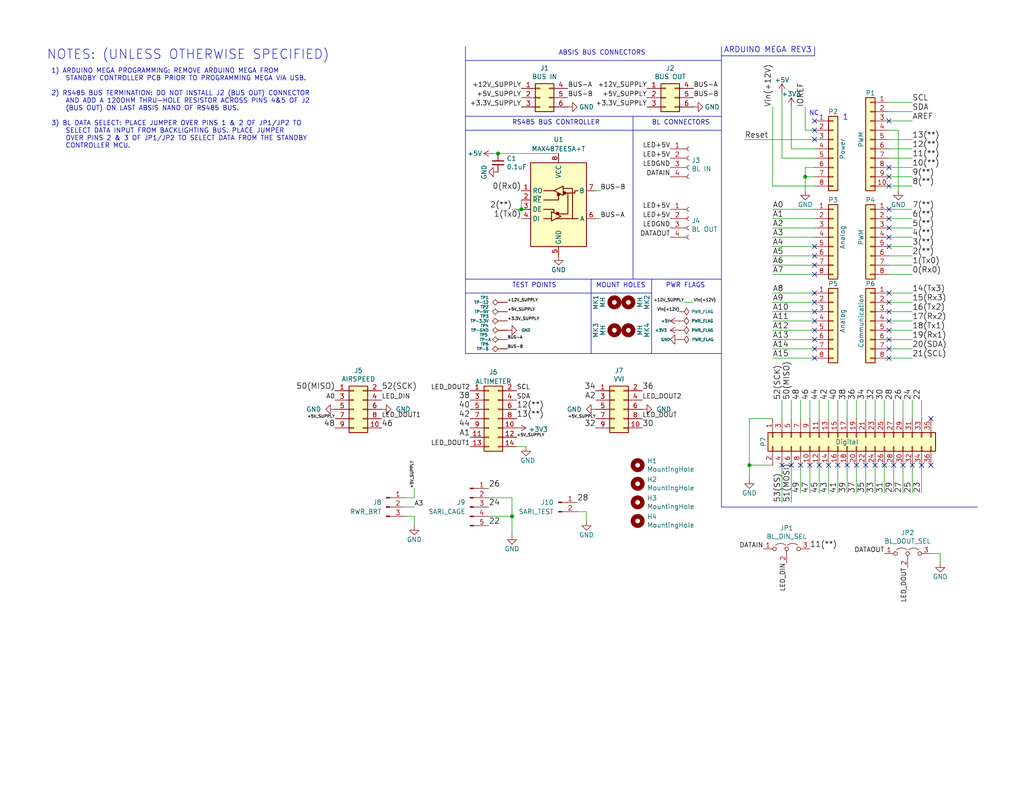
<source format=kicad_sch>
(kicad_sch (version 20230121) (generator eeschema)
  (paper "USLetter")
  (title_block (title "ABSIS MEGA 2.0") (date "2024-09-09") (rev "1") (company "OPENHORNET.COM") (comment 1 "CC BY-NC-SA"))
  (lib_symbols
    (symbol "CONTROLLER_Standby-Instrument-rescue:+3.3V-power" (power) (pin_names (offset 0))
      (property "Value" "+3.3V-power" (at 0 3.556 0))
      (symbol "+3.3V-power_1_1"
        (pin power_in line (at 0 0 90) (length 0) hide (name "+3V3") (number "1"))
      )
    )
    (symbol "CONTROLLER_Standby-Instrument-rescue:Jumper_3_Open-Jumper" (pin_names (offset 0) hide)
      (property "Reference" "JP" (at -2.54 -2.54 0))
      (property "Value" "Jumper_3_Open-Jumper" (at 0 2.794 0))
      (symbol "Jumper_3_Open-Jumper_1_1"
        (pin passive line (at -6.35 0 0) (length 2.54) (name "A") (number "1"))
        (pin input line (at 0 -3.81 90) (length 2.54) (name "C") (number "2"))
        (pin passive line (at 6.35 0 180) (length 2.54) (name "B") (number "3"))
      )
    )
    (symbol "Connector:Conn_01x02_Male" (pin_names (offset 1.016) hide)
      (property "Reference" "J" (at 0 2.54 0))
      (property "Value" "Conn_01x02_Male" (at 0 -5.08 0))
      (symbol "Conn_01x02_Male_1_1"
        (pin passive line (at 5.08 0 180) (length 3.81) (name "Pin_1") (number "1"))
        (pin passive line (at 5.08 -2.54 180) (length 3.81) (name "Pin_2") (number "2"))
      )
    )
    (symbol "Connector:Conn_01x03_Male" (pin_names (offset 1.016) hide)
      (property "Reference" "J" (at 0 5.08 0))
      (property "Value" "Conn_01x03_Male" (at 0 -5.08 0))
      (symbol "Conn_01x03_Male_1_1"
        (pin passive line (at 5.08 2.54 180) (length 3.81) (name "Pin_1") (number "1"))
        (pin passive line (at 5.08 0 180) (length 3.81) (name "Pin_2") (number "2"))
        (pin passive line (at 5.08 -2.54 180) (length 3.81) (name "Pin_3") (number "3"))
      )
    )
    (symbol "Connector:Conn_01x04_Female" (pin_names (offset 1.016) hide)
      (property "Reference" "J" (at 0 5.08 0))
      (property "Value" "Conn_01x04_Female" (at 0 -7.62 0))
      (symbol "Conn_01x04_Female_1_1"
        (pin passive line (at -5.08 2.54 0) (length 3.81) (name "Pin_1") (number "1"))
        (pin passive line (at -5.08 0 0) (length 3.81) (name "Pin_2") (number "2"))
        (pin passive line (at -5.08 -2.54 0) (length 3.81) (name "Pin_3") (number "3"))
        (pin passive line (at -5.08 -5.08 0) (length 3.81) (name "Pin_4") (number "4"))
      )
    )
    (symbol "Connector:Conn_01x05_Male" (pin_names (offset 1.016) hide)
      (property "Reference" "J" (at 0 7.62 0))
      (property "Value" "Conn_01x05_Male" (at 0 -7.62 0))
      (symbol "Conn_01x05_Male_1_1"
        (pin passive line (at 5.08 5.08 180) (length 3.81) (name "Pin_1") (number "1"))
        (pin passive line (at 5.08 2.54 180) (length 3.81) (name "Pin_2") (number "2"))
        (pin passive line (at 5.08 0 180) (length 3.81) (name "Pin_3") (number "3"))
        (pin passive line (at 5.08 -2.54 180) (length 3.81) (name "Pin_4") (number "4"))
        (pin passive line (at 5.08 -5.08 180) (length 3.81) (name "Pin_5") (number "5"))
      )
    )
    (symbol "Connector:TestPoint_Alt" (pin_numbers hide) (pin_names (offset 0.762) hide)
      (property "Reference" "TP" (at 0 6.858 0))
      (property "Value" "TestPoint_Alt" (at 0 5.08 0))
      (symbol "TestPoint_Alt_1_1"
        (pin passive line (at 0 0 90) (length 2.54) (name "1") (number "1"))
      )
    )
    (symbol "Connector_Generic:Conn_01x08" (pin_names (offset 1.016) hide)
      (property "Reference" "J" (at 0 10.16 0))
      (property "Value" "Conn_01x08" (at 0 -12.7 0))
      (symbol "Conn_01x08_1_1"
        (pin passive line (at -5.08 7.62 0) (length 3.81) (name "Pin_1") (number "1"))
        (pin passive line (at -5.08 5.08 0) (length 3.81) (name "Pin_2") (number "2"))
        (pin passive line (at -5.08 2.54 0) (length 3.81) (name "Pin_3") (number "3"))
        (pin passive line (at -5.08 0 0) (length 3.81) (name "Pin_4") (number "4"))
        (pin passive line (at -5.08 -2.54 0) (length 3.81) (name "Pin_5") (number "5"))
        (pin passive line (at -5.08 -5.08 0) (length 3.81) (name "Pin_6") (number "6"))
        (pin passive line (at -5.08 -7.62 0) (length 3.81) (name "Pin_7") (number "7"))
        (pin passive line (at -5.08 -10.16 0) (length 3.81) (name "Pin_8") (number "8"))
      )
    )
    (symbol "Connector_Generic:Conn_01x10" (pin_names (offset 1.016) hide)
      (property "Reference" "J" (at 0 12.7 0))
      (property "Value" "Conn_01x10" (at 0 -15.24 0))
      (symbol "Conn_01x10_1_1"
        (pin passive line (at -5.08 10.16 0) (length 3.81) (name "Pin_1") (number "1"))
        (pin passive line (at -5.08 -12.7 0) (length 3.81) (name "Pin_10") (number "10"))
        (pin passive line (at -5.08 7.62 0) (length 3.81) (name "Pin_2") (number "2"))
        (pin passive line (at -5.08 5.08 0) (length 3.81) (name "Pin_3") (number "3"))
        (pin passive line (at -5.08 2.54 0) (length 3.81) (name "Pin_4") (number "4"))
        (pin passive line (at -5.08 0 0) (length 3.81) (name "Pin_5") (number "5"))
        (pin passive line (at -5.08 -2.54 0) (length 3.81) (name "Pin_6") (number "6"))
        (pin passive line (at -5.08 -5.08 0) (length 3.81) (name "Pin_7") (number "7"))
        (pin passive line (at -5.08 -7.62 0) (length 3.81) (name "Pin_8") (number "8"))
        (pin passive line (at -5.08 -10.16 0) (length 3.81) (name "Pin_9") (number "9"))
      )
    )
    (symbol "Connector_Generic:Conn_02x03_Top_Bottom" (pin_names (offset 1.016) hide)
      (property "Reference" "J" (at 1.27 5.08 0))
      (property "Value" "Conn_02x03_Top_Bottom" (at 1.27 -5.08 0))
      (symbol "Conn_02x03_Top_Bottom_1_1"
        (pin passive line (at -5.08 2.54 0) (length 3.81) (name "Pin_1") (number "1"))
        (pin passive line (at -5.08 0 0) (length 3.81) (name "Pin_2") (number "2"))
        (pin passive line (at -5.08 -2.54 0) (length 3.81) (name "Pin_3") (number "3"))
        (pin passive line (at 7.62 2.54 180) (length 3.81) (name "Pin_4") (number "4"))
        (pin passive line (at 7.62 0 180) (length 3.81) (name "Pin_5") (number "5"))
        (pin passive line (at 7.62 -2.54 180) (length 3.81) (name "Pin_6") (number "6"))
      )
    )
    (symbol "Connector_Generic:Conn_02x05_Odd_Even" (pin_names (offset 1.016) hide)
      (property "Reference" "J" (at 1.27 7.62 0))
      (property "Value" "Conn_02x05_Odd_Even" (at 1.27 -7.62 0))
      (symbol "Conn_02x05_Odd_Even_1_1"
        (pin passive line (at -5.08 5.08 0) (length 3.81) (name "Pin_1") (number "1"))
        (pin passive line (at 7.62 -5.08 180) (length 3.81) (name "Pin_10") (number "10"))
        (pin passive line (at 7.62 5.08 180) (length 3.81) (name "Pin_2") (number "2"))
        (pin passive line (at -5.08 2.54 0) (length 3.81) (name "Pin_3") (number "3"))
        (pin passive line (at 7.62 2.54 180) (length 3.81) (name "Pin_4") (number "4"))
        (pin passive line (at -5.08 0 0) (length 3.81) (name "Pin_5") (number "5"))
        (pin passive line (at 7.62 0 180) (length 3.81) (name "Pin_6") (number "6"))
        (pin passive line (at -5.08 -2.54 0) (length 3.81) (name "Pin_7") (number "7"))
        (pin passive line (at 7.62 -2.54 180) (length 3.81) (name "Pin_8") (number "8"))
        (pin passive line (at -5.08 -5.08 0) (length 3.81) (name "Pin_9") (number "9"))
      )
    )
    (symbol "Connector_Generic:Conn_02x07_Odd_Even" (pin_names (offset 1.016) hide)
      (property "Reference" "J" (at 1.27 10.16 0))
      (property "Value" "Conn_02x07_Odd_Even" (at 1.27 -10.16 0))
      (symbol "Conn_02x07_Odd_Even_1_1"
        (pin passive line (at -5.08 7.62 0) (length 3.81) (name "Pin_1") (number "1"))
        (pin passive line (at 7.62 -2.54 180) (length 3.81) (name "Pin_10") (number "10"))
        (pin passive line (at -5.08 -5.08 0) (length 3.81) (name "Pin_11") (number "11"))
        (pin passive line (at 7.62 -5.08 180) (length 3.81) (name "Pin_12") (number "12"))
        (pin passive line (at -5.08 -7.62 0) (length 3.81) (name "Pin_13") (number "13"))
        (pin passive line (at 7.62 -7.62 180) (length 3.81) (name "Pin_14") (number "14"))
        (pin passive line (at 7.62 7.62 180) (length 3.81) (name "Pin_2") (number "2"))
        (pin passive line (at -5.08 5.08 0) (length 3.81) (name "Pin_3") (number "3"))
        (pin passive line (at 7.62 5.08 180) (length 3.81) (name "Pin_4") (number "4"))
        (pin passive line (at -5.08 2.54 0) (length 3.81) (name "Pin_5") (number "5"))
        (pin passive line (at 7.62 2.54 180) (length 3.81) (name "Pin_6") (number "6"))
        (pin passive line (at -5.08 0 0) (length 3.81) (name "Pin_7") (number "7"))
        (pin passive line (at 7.62 0 180) (length 3.81) (name "Pin_8") (number "8"))
        (pin passive line (at -5.08 -2.54 0) (length 3.81) (name "Pin_9") (number "9"))
      )
    )
    (symbol "Connector_Generic:Conn_02x18_Odd_Even" (pin_names (offset 1.016) hide)
      (property "Reference" "J" (at 1.27 22.86 0))
      (property "Value" "Conn_02x18_Odd_Even" (at 1.27 -25.4 0))
      (symbol "Conn_02x18_Odd_Even_1_1"
        (pin passive line (at -5.08 20.32 0) (length 3.81) (name "Pin_1") (number "1"))
        (pin passive line (at 7.62 10.16 180) (length 3.81) (name "Pin_10") (number "10"))
        (pin passive line (at -5.08 7.62 0) (length 3.81) (name "Pin_11") (number "11"))
        (pin passive line (at 7.62 7.62 180) (length 3.81) (name "Pin_12") (number "12"))
        (pin passive line (at -5.08 5.08 0) (length 3.81) (name "Pin_13") (number "13"))
        (pin passive line (at 7.62 5.08 180) (length 3.81) (name "Pin_14") (number "14"))
        (pin passive line (at -5.08 2.54 0) (length 3.81) (name "Pin_15") (number "15"))
        (pin passive line (at 7.62 2.54 180) (length 3.81) (name "Pin_16") (number "16"))
        (pin passive line (at -5.08 0 0) (length 3.81) (name "Pin_17") (number "17"))
        (pin passive line (at 7.62 0 180) (length 3.81) (name "Pin_18") (number "18"))
        (pin passive line (at -5.08 -2.54 0) (length 3.81) (name "Pin_19") (number "19"))
        (pin passive line (at 7.62 20.32 180) (length 3.81) (name "Pin_2") (number "2"))
        (pin passive line (at 7.62 -2.54 180) (length 3.81) (name "Pin_20") (number "20"))
        (pin passive line (at -5.08 -5.08 0) (length 3.81) (name "Pin_21") (number "21"))
        (pin passive line (at 7.62 -5.08 180) (length 3.81) (name "Pin_22") (number "22"))
        (pin passive line (at -5.08 -7.62 0) (length 3.81) (name "Pin_23") (number "23"))
        (pin passive line (at 7.62 -7.62 180) (length 3.81) (name "Pin_24") (number "24"))
        (pin passive line (at -5.08 -10.16 0) (length 3.81) (name "Pin_25") (number "25"))
        (pin passive line (at 7.62 -10.16 180) (length 3.81) (name "Pin_26") (number "26"))
        (pin passive line (at -5.08 -12.7 0) (length 3.81) (name "Pin_27") (number "27"))
        (pin passive line (at 7.62 -12.7 180) (length 3.81) (name "Pin_28") (number "28"))
        (pin passive line (at -5.08 -15.24 0) (length 3.81) (name "Pin_29") (number "29"))
        (pin passive line (at -5.08 17.78 0) (length 3.81) (name "Pin_3") (number "3"))
        (pin passive line (at 7.62 -15.24 180) (length 3.81) (name "Pin_30") (number "30"))
        (pin passive line (at -5.08 -17.78 0) (length 3.81) (name "Pin_31") (number "31"))
        (pin passive line (at 7.62 -17.78 180) (length 3.81) (name "Pin_32") (number "32"))
        (pin passive line (at -5.08 -20.32 0) (length 3.81) (name "Pin_33") (number "33"))
        (pin passive line (at 7.62 -20.32 180) (length 3.81) (name "Pin_34") (number "34"))
        (pin passive line (at -5.08 -22.86 0) (length 3.81) (name "Pin_35") (number "35"))
        (pin passive line (at 7.62 -22.86 180) (length 3.81) (name "Pin_36") (number "36"))
        (pin passive line (at 7.62 17.78 180) (length 3.81) (name "Pin_4") (number "4"))
        (pin passive line (at -5.08 15.24 0) (length 3.81) (name "Pin_5") (number "5"))
        (pin passive line (at 7.62 15.24 180) (length 3.81) (name "Pin_6") (number "6"))
        (pin passive line (at -5.08 12.7 0) (length 3.81) (name "Pin_7") (number "7"))
        (pin passive line (at 7.62 12.7 180) (length 3.81) (name "Pin_8") (number "8"))
        (pin passive line (at -5.08 10.16 0) (length 3.81) (name "Pin_9") (number "9"))
      )
    )
    (symbol "Device:C_Small" (pin_numbers hide) (pin_names (offset 0.254) hide)
      (property "Reference" "C" (at 0.254 1.778 0))
      (property "Value" "C_Small" (at 0.254 -2.032 0))
      (symbol "C_Small_1_1"
        (pin passive line (at 0 2.54 270) (length 2.032) (name "~") (number "1"))
        (pin passive line (at 0 -2.54 90) (length 2.032) (name "~") (number "2"))
      )
    )
    (symbol "Interface_UART:MAX487E"
      (property "Reference" "U" (at -6.096 11.43 0))
      (property "Value" "MAX487E" (at 0.762 11.43 0))
      (symbol "MAX487E_1_1"
        (pin output line (at -10.16 2.54 0) (length 2.54) (name "RO") (number "1"))
        (pin input line (at -10.16 0 0) (length 2.54) (name "~{RE}") (number "2"))
        (pin input line (at -10.16 -2.54 0) (length 2.54) (name "DE") (number "3"))
        (pin input line (at -10.16 -5.08 0) (length 2.54) (name "DI") (number "4"))
        (pin power_in line (at 0 -15.24 90) (length 2.54) (name "GND") (number "5"))
        (pin bidirectional line (at 10.16 -5.08 180) (length 2.54) (name "A") (number "6"))
        (pin bidirectional line (at 10.16 2.54 180) (length 2.54) (name "B") (number "7"))
        (pin power_in line (at 0 12.7 270) (length 2.54) (name "VCC") (number "8"))
      )
    )
    (symbol "Mechanical:MountingHole" (pin_names (offset 1.016))
      (property "Reference" "H" (at 0 5.08 0))
      (property "Value" "MountingHole" (at 0 3.175 0))
    )
    (symbol "power:+3V3" (power) (pin_names (offset 0))
      (property "Value" "+3V3" (at 0 3.556 0))
      (symbol "+3V3_1_1"
        (pin power_in line (at 0 0 90) (length 0) hide (name "+3V3") (number "1"))
      )
    )
    (symbol "power:+5V" (power) (pin_names (offset 0))
      (property "Value" "+5V" (at 0 3.556 0))
      (symbol "+5V_1_1"
        (pin power_in line (at 0 0 90) (length 0) hide (name "+5V") (number "1"))
      )
    )
    (symbol "power:GND" (power) (pin_names (offset 0))
      (property "Value" "GND" (at 0 -3.81 0))
      (symbol "GND_1_1"
        (pin power_in line (at 0 0 270) (length 0) hide (name "GND") (number "1"))
      )
    )
    (symbol "power:PWR_FLAG" (power) (pin_numbers hide) (pin_names (offset 0) hide)
      (property "Value" "PWR_FLAG" (at 0 3.81 0))
      (symbol "PWR_FLAG_0_0"
        (pin power_out line (at 0 0 90) (length 0) (name "pwr") (number "1"))
      )
    )
  )
  (junction (at 139.7 140.97))
  (junction (at 219.71 48.26))
  (junction (at 135.89 41.91))
  (junction (at 204.47 127))
  (junction (at 142.24 57.15))
  (no_connect (at 231.14 127))
  (no_connect (at 222.25 74.93))
  (no_connect (at 254 114.3))
  (no_connect (at 222.25 85.09))
  (no_connect (at 242.57 59.69))
  (no_connect (at 242.57 95.25))
  (no_connect (at 242.57 48.26))
  (no_connect (at 222.25 92.71))
  (no_connect (at 242.57 82.55))
  (no_connect (at 248.92 127))
  (no_connect (at 246.38 127))
  (no_connect (at 222.25 69.85))
  (no_connect (at 242.57 45.72))
  (no_connect (at 223.52 127))
  (no_connect (at 241.3 127))
  (no_connect (at 228.6 127))
  (no_connect (at 242.57 67.31))
  (no_connect (at 242.57 85.09))
  (no_connect (at 242.57 92.71))
  (no_connect (at 238.76 127))
  (no_connect (at 242.57 87.63))
  (no_connect (at 254 127))
  (no_connect (at 222.25 90.17))
  (no_connect (at 222.25 97.79))
  (no_connect (at 242.57 50.8))
  (no_connect (at 242.57 90.17))
  (no_connect (at 222.25 95.25))
  (no_connect (at 242.57 33.02))
  (no_connect (at 233.68 127))
  (no_connect (at 222.25 38.1))
  (no_connect (at 222.25 82.55))
  (no_connect (at 236.22 127))
  (no_connect (at 251.46 127))
  (no_connect (at 222.25 35.56))
  (no_connect (at 222.25 33.02))
  (no_connect (at 226.06 127))
  (no_connect (at 220.98 127))
  (no_connect (at 222.25 87.63))
  (no_connect (at 213.36 127))
  (no_connect (at 242.57 97.79))
  (no_connect (at 242.57 62.23))
  (no_connect (at 222.25 80.01))
  (no_connect (at 242.57 57.15))
  (no_connect (at 218.44 127))
  (no_connect (at 242.57 80.01))
  (no_connect (at 222.25 72.39))
  (no_connect (at 243.84 127))
  (no_connect (at 222.25 67.31))
  (no_connect (at 215.9 127))
  (no_connect (at 242.57 64.77))
  (wire (pts (xy 213.36 43.18) (xy 222.25 43.18)))
  (polyline (pts (xy 196.85 138.43) (xy 196.85 12.7)))
  (wire (pts (xy 248.92 48.26) (xy 242.57 48.26)))
  (wire (pts (xy 139.7 135.89) (xy 139.7 140.97)))
  (polyline (pts (xy 266.7 138.43) (xy 196.85 138.43)))
  (wire (pts (xy 248.92 127) (xy 248.92 134.62)))
  (wire (pts (xy 210.82 82.55) (xy 222.25 82.55)))
  (wire (pts (xy 222.25 45.72) (xy 219.71 45.72)))
  (wire (pts (xy 238.76 114.3) (xy 238.76 109.22)))
  (polyline (pts (xy 127 35.56) (xy 196.85 35.56)))
  (wire (pts (xy 215.9 114.3) (xy 215.9 109.22)))
  (wire (pts (xy 228.6 127) (xy 228.6 134.62)))
  (wire (pts (xy 215.9 40.64) (xy 222.25 40.64)))
  (wire (pts (xy 222.25 85.09) (xy 210.82 85.09)))
  (wire (pts (xy 139.7 57.15) (xy 142.24 57.15)))
  (wire (pts (xy 242.57 87.63) (xy 248.92 87.63)))
  (wire (pts (xy 222.25 72.39) (xy 210.82 72.39)))
  (wire (pts (xy 222.25 80.01) (xy 210.82 80.01)))
  (polyline (pts (xy 127 16.51) (xy 196.85 16.51)))
  (polyline (pts (xy 127 96.52) (xy 196.85 96.52)))
  (wire (pts (xy 251.46 127) (xy 251.46 134.62)))
  (wire (pts (xy 242.57 45.72) (xy 248.92 45.72)))
  (wire (pts (xy 248.92 95.25) (xy 242.57 95.25)))
  (wire (pts (xy 220.98 114.3) (xy 220.98 109.22)))
  (wire (pts (xy 233.68 114.3) (xy 233.68 109.22)))
  (wire (pts (xy 246.38 127) (xy 246.38 134.62)))
  (polyline (pts (xy 172.72 31.75) (xy 172.72 76.2)))
  (polyline (pts (xy 161.29 76.2) (xy 161.29 96.52)))
  (wire (pts (xy 135.89 41.91) (xy 152.4 41.91)))
  (wire (pts (xy 243.84 114.3) (xy 243.84 109.22)))
  (wire (pts (xy 248.92 90.17) (xy 242.57 90.17)))
  (wire (pts (xy 242.57 50.8) (xy 248.92 50.8)))
  (wire (pts (xy 210.82 97.79) (xy 222.25 97.79)))
  (wire (pts (xy 218.44 127) (xy 218.44 134.62)))
  (wire (pts (xy 222.25 90.17) (xy 210.82 90.17)))
  (wire (pts (xy 133.35 135.89) (xy 139.7 135.89)))
  (wire (pts (xy 256.54 151.13) (xy 254 151.13)))
  (wire (pts (xy 113.03 143.51) (xy 113.03 140.97)))
  (wire (pts (xy 213.36 127) (xy 213.36 137.16)))
  (wire (pts (xy 228.6 114.3) (xy 228.6 109.22)))
  (wire (pts (xy 242.57 59.69) (xy 248.92 59.69)))
  (polyline (pts (xy 127 76.2) (xy 196.85 76.2)))
  (wire (pts (xy 242.57 27.94) (xy 248.92 27.94)))
  (wire (pts (xy 246.38 114.3) (xy 246.38 109.22)))
  (wire (pts (xy 210.82 92.71) (xy 222.25 92.71)))
  (wire (pts (xy 113.03 135.89) (xy 110.49 135.89)))
  (polyline (pts (xy 196.85 15.24) (xy 222.25 15.24)))
  (wire (pts (xy 215.9 29.21) (xy 215.9 40.64)))
  (wire (pts (xy 215.9 127) (xy 215.9 137.16)))
  (wire (pts (xy 242.57 43.18) (xy 248.92 43.18)))
  (wire (pts (xy 210.82 127) (xy 204.47 127)))
  (wire (pts (xy 222.25 62.23) (xy 210.82 62.23)))
  (wire (pts (xy 210.82 87.63) (xy 222.25 87.63)))
  (wire (pts (xy 203.2 38.1) (xy 222.25 38.1)))
  (wire (pts (xy 248.92 114.3) (xy 248.92 109.22)))
  (wire (pts (xy 219.71 45.72) (xy 219.71 48.26)))
  (wire (pts (xy 210.82 50.8) (xy 210.82 29.21)))
  (wire (pts (xy 210.82 69.85) (xy 222.25 69.85)))
  (wire (pts (xy 220.98 127) (xy 220.98 134.62)))
  (wire (pts (xy 242.57 92.71) (xy 248.92 92.71)))
  (polyline (pts (xy 127 96.52) (xy 127 12.7)))
  (wire (pts (xy 213.36 114.3) (xy 213.36 109.22)))
  (wire (pts (xy 222.25 95.25) (xy 210.82 95.25)))
  (wire (pts (xy 241.3 127) (xy 241.3 134.62)))
  (wire (pts (xy 242.57 33.02) (xy 248.92 33.02)))
  (wire (pts (xy 236.22 127) (xy 236.22 134.62)))
  (wire (pts (xy 218.44 114.3) (xy 218.44 109.22)))
  (polyline (pts (xy 177.8 76.2) (xy 177.8 96.52)))
  (wire (pts (xy 222.25 57.15) (xy 210.82 57.15)))
  (wire (pts (xy 162.56 52.07) (xy 163.83 52.07)))
  (wire (pts (xy 233.68 127) (xy 233.68 134.62)))
  (wire (pts (xy 248.92 57.15) (xy 242.57 57.15)))
  (wire (pts (xy 256.54 153.67) (xy 256.54 151.13)))
  (wire (pts (xy 133.35 140.97) (xy 139.7 140.97)))
  (wire (pts (xy 143.51 121.92) (xy 140.97 121.92)))
  (wire (pts (xy 251.46 114.3) (xy 251.46 109.22)))
  (wire (pts (xy 242.57 69.85) (xy 248.92 69.85)))
  (wire (pts (xy 226.06 127) (xy 226.06 134.62)))
  (wire (pts (xy 226.06 114.3) (xy 226.06 109.22)))
  (wire (pts (xy 242.57 64.77) (xy 248.92 64.77)))
  (wire (pts (xy 210.82 59.69) (xy 222.25 59.69)))
  (wire (pts (xy 248.92 85.09) (xy 242.57 85.09)))
  (wire (pts (xy 204.47 127) (xy 204.47 130.81)))
  (wire (pts (xy 248.92 62.23) (xy 242.57 62.23)))
  (wire (pts (xy 142.24 54.61) (xy 142.24 57.15)))
  (wire (pts (xy 223.52 127) (xy 223.52 134.62)))
  (wire (pts (xy 248.92 80.01) (xy 242.57 80.01)))
  (polyline (pts (xy 127 31.75) (xy 196.85 31.75)))
  (wire (pts (xy 139.7 140.97) (xy 139.7 146.05)))
  (wire (pts (xy 204.47 114.3) (xy 204.47 127)))
  (wire (pts (xy 241.3 114.3) (xy 241.3 109.22)))
  (wire (pts (xy 231.14 127) (xy 231.14 134.62)))
  (wire (pts (xy 222.25 48.26) (xy 219.71 48.26)))
  (wire (pts (xy 160.02 142.24) (xy 160.02 139.7)))
  (polyline (pts (xy 127 80.01) (xy 177.8 80.01)))
  (wire (pts (xy 248.92 30.48) (xy 242.57 30.48)))
  (wire (pts (xy 210.82 64.77) (xy 222.25 64.77)))
  (wire (pts (xy 242.57 82.55) (xy 248.92 82.55)))
  (wire (pts (xy 160.02 139.7) (xy 157.48 139.7)))
  (polyline (pts (xy 222.25 15.24) (xy 222.25 12.7)))
  (wire (pts (xy 210.82 114.3) (xy 204.47 114.3)))
  (wire (pts (xy 219.71 48.26) (xy 219.71 52.07)))
  (wire (pts (xy 219.71 35.56) (xy 219.71 29.21)))
  (wire (pts (xy 248.92 67.31) (xy 242.57 67.31)))
  (wire (pts (xy 134.62 41.91) (xy 135.89 41.91)))
  (wire (pts (xy 248.92 72.39) (xy 242.57 72.39)))
  (wire (pts (xy 245.11 35.56) (xy 242.57 35.56)))
  (wire (pts (xy 222.25 50.8) (xy 210.82 50.8)))
  (wire (pts (xy 113.03 140.97) (xy 110.49 140.97)))
  (wire (pts (xy 243.84 127) (xy 243.84 134.62)))
  (wire (pts (xy 113.03 133.35) (xy 113.03 135.89)))
  (wire (pts (xy 242.57 38.1) (xy 248.92 38.1)))
  (wire (pts (xy 210.82 74.93) (xy 222.25 74.93)))
  (wire (pts (xy 223.52 114.3) (xy 223.52 109.22)))
  (wire (pts (xy 113.03 138.43) (xy 110.49 138.43)))
  (wire (pts (xy 186.69 82.55) (xy 189.23 82.55)))
  (wire (pts (xy 213.36 25.4) (xy 213.36 43.18)))
  (wire (pts (xy 222.25 67.31) (xy 210.82 67.31)))
  (wire (pts (xy 245.11 52.07) (xy 245.11 35.56)))
  (wire (pts (xy 231.14 114.3) (xy 231.14 109.22)))
  (wire (pts (xy 242.57 97.79) (xy 248.92 97.79)))
  (wire (pts (xy 242.57 74.93) (xy 248.92 74.93)))
  (wire (pts (xy 236.22 114.3) (xy 236.22 109.22)))
  (wire (pts (xy 222.25 35.56) (xy 219.71 35.56)))
  (wire (pts (xy 163.83 59.69) (xy 162.56 59.69)))
  (wire (pts (xy 238.76 127) (xy 238.76 134.62)))
  (wire (pts (xy 248.92 40.64) (xy 242.57 40.64)))
  (text "1" (at 229.87 33.02 0) (effects (font (size 1.524 1.524)) (justify left bottom)))
  (text "NC" (at 223.52 31.75 0) (effects (font (size 1.27 1.27)) (justify right bottom)))
  (text "PWR FLAGS" (at 181.61 78.74 0) (effects (font (size 1.27 1.27)) (justify left bottom)))
  (text "1) ARDUINO MEGA PROGRAMMING: REMOVE ARDUINO MEGA FROM\n    STANDBY CONTROLLER PCB PRIOR TO PROGRAMMING MEGA VIA USB.\n\n2) RS485 BUS TERMINATION: DO NOT INSTALL J2 (BUS OUT) CONNECTOR \n    AND ADD A 120OHM THRU-HOLE RESISTOR ACROSS PINS 4&5 OF J2 \n    (BUS OUT) ON LAST ABSIS NANO OF RS485 BUS.\n\n3) BL DATA SELECT: PLACE JUMPER OVER PINS 1 & 2 OF JP1/JP2 TO \n    SELECT DATA INPUT FROM BACKLIGHTING BUS. PLACE JUMPER \n    OVER PINS 2 & 3 OF JP1/JP2 TO SELECT DATA FROM THE STANDBY \n    CONTROLLER MCU." (at 13.97 40.64 0) (effects (font (size 1.27 1.27)) (justify left bottom)))
  (text "RS485 BUS CONTROLLER" (at 139.7 34.29 0) (effects (font (size 1.27 1.27)) (justify left bottom)))
  (text "NOTES: (UNLESS OTHERWISE SPECIFIED)" (at 12.7 16.51 0) (effects (font (size 2.54 2.54)) (justify left bottom)))
  (text "ABSIS BUS CONNECTORS" (at 152.4 15.24 0) (effects (font (size 1.27 1.27)) (justify left bottom)))
  (text "TEST POINTS" (at 139.7 78.74 0) (effects (font (size 1.27 1.27)) (justify left bottom)))
  (text "MOUNT HOLES" (at 162.56 78.74 0) (effects (font (size 1.27 1.27)) (justify left bottom)))
  (text "ARDUINO MEGA REV3" (at 197.485 14.605 0) (effects (font (size 1.524 1.524)) (justify left bottom)))
  (text "BL CONNECTORS" (at 177.8 34.29 0) (effects (font (size 1.27 1.27)) (justify left bottom)))
  (label "A13" (at 210.82 92.71 0) (effects (font (size 1.524 1.524))))
  (label "44" (at 128.27 116.84 180) (effects (font (size 1.524 1.524))))
  (label "12(**)" (at 248.92 40.64 0) (effects (font (size 1.524 1.524))))
  (label "28" (at 157.48 137.16 0) (effects (font (size 1.524 1.524))))
  (label "38" (at 231.14 109.22 90) (effects (font (size 1.524 1.524))))
  (label "+5V_SUPPLY" (at 176.53 26.67 180))
  (label "36" (at 233.68 109.22 90) (effects (font (size 1.524 1.524))))
  (label "24" (at 133.35 138.43 0) (effects (font (size 1.524 1.524))))
  (label "50(MISO)" (at 215.9 109.22 90) (effects (font (size 1.524 1.524))))
  (label "50(MISO)" (at 91.44 106.68 180) (effects (font (size 1.524 1.524))))
  (label "52(SCK)" (at 104.14 106.68 0) (effects (font (size 1.524 1.524))))
  (label "+5V_SUPPLY" (at 138.43 85.09 0) (effects (font (size 0.7874 0.7874))))
  (label "0(Rx0)" (at 248.92 74.93 0) (effects (font (size 1.524 1.524))))
  (label "+3.3V_SUPPLY" (at 176.53 29.21 180))
  (label "A1" (at 210.82 59.69 0) (effects (font (size 1.524 1.524))))
  (label "A0" (at 210.82 57.15 0) (effects (font (size 1.524 1.524))))
  (label "18(Tx1)" (at 248.92 90.17 0) (effects (font (size 1.524 1.524))))
  (label "51(MOSI)" (at 215.9 137.16 90) (effects (font (size 1.524 1.524))))
  (label "+5V_SUPPLY" (at 142.24 26.67 180))
  (label "36" (at 175.26 106.68 0) (effects (font (size 1.524 1.524))))
  (label "27" (at 246.38 134.62 90) (effects (font (size 1.524 1.524))))
  (label "A12" (at 210.82 90.17 0) (effects (font (size 1.524 1.524))))
  (label "SDA" (at 248.92 30.48 0) (effects (font (size 1.524 1.524))))
  (label "BUS-B" (at 163.83 52.07 0))
  (label "31" (at 241.3 134.62 90) (effects (font (size 1.524 1.524))))
  (label "26" (at 246.38 109.22 90) (effects (font (size 1.524 1.524))))
  (label "39" (at 231.14 134.62 90) (effects (font (size 1.524 1.524))))
  (label "29" (at 243.84 134.62 90) (effects (font (size 1.524 1.524))))
  (label "40" (at 228.6 109.22 90) (effects (font (size 1.524 1.524))))
  (label "LED_DOUT2" (at 128.27 106.68 180))
  (label "34" (at 236.22 109.22 90) (effects (font (size 1.524 1.524))))
  (label "+5V_SUPPLY" (at 91.44 114.3 180) (effects (font (size 0.7874 0.7874))))
  (label "43" (at 226.06 134.62 90) (effects (font (size 1.524 1.524))))
  (label "SCL" (at 248.92 27.94 0) (effects (font (size 1.524 1.524))))
  (label "BUS-B" (at 138.43 95.25 0) (effects (font (size 0.7874 0.7874))))
  (label "+3.3V_SUPPLY" (at 142.24 29.21 180))
  (label "Vin(+12V)" (at 210.82 29.21 90) (effects (font (size 1.524 1.524))))
  (label "13(**)" (at 248.92 38.1 0) (effects (font (size 1.524 1.524))))
  (label "BUS-A" (at 138.43 92.71 0) (effects (font (size 0.7874 0.7874))))
  (label "47" (at 220.98 134.62 90) (effects (font (size 1.524 1.524))))
  (label "1(Tx0)" (at 248.92 72.39 0) (effects (font (size 1.524 1.524))))
  (label "32" (at 238.76 109.22 90) (effects (font (size 1.524 1.524))))
  (label "A15" (at 210.82 97.79 0) (effects (font (size 1.524 1.524))))
  (label "42" (at 128.27 114.3 180) (effects (font (size 1.524 1.524))))
  (label "46" (at 104.14 116.84 0) (effects (font (size 1.524 1.524))))
  (label "A9" (at 210.82 82.55 0) (effects (font (size 1.524 1.524))))
  (label "LED_DOUT" (at 247.65 154.94 270))
  (label "SDA" (at 140.97 109.22 0))
  (label "LED_DIN" (at 104.14 109.22 0))
  (label "Reset" (at 203.2 38.1 0) (effects (font (size 1.524 1.524))))
  (label "LED+5V" (at 182.88 59.69 180))
  (label "+5V_SUPPLY" (at 113.03 133.35 90) (effects (font (size 0.7874 0.7874))))
  (label "A2" (at 210.82 62.23 0) (effects (font (size 1.524 1.524))))
  (label "BUS-A" (at 154.94 24.13 0))
  (label "35" (at 236.22 134.62 90) (effects (font (size 1.524 1.524))))
  (label "2(**)" (at 139.7 57.15 180) (effects (font (size 1.524 1.524))))
  (label "A4" (at 210.82 67.31 0) (effects (font (size 1.524 1.524))))
  (label "LED+5V" (at 182.88 57.15 180))
  (label "48" (at 218.44 109.22 90) (effects (font (size 1.524 1.524))))
  (label "A1" (at 128.27 119.38 180) (effects (font (size 1.524 1.524))))
  (label "LEDGND" (at 182.88 62.23 180))
  (label "LED+5V" (at 182.88 40.64 180))
  (label "LED_DOUT2" (at 175.26 109.22 0))
  (label "45" (at 223.52 134.62 90) (effects (font (size 1.524 1.524))))
  (label "17(Rx2)" (at 248.92 87.63 0) (effects (font (size 1.524 1.524))))
  (label "8(**)" (at 248.92 50.8 0) (effects (font (size 1.524 1.524))))
  (label "49" (at 218.44 134.62 90) (effects (font (size 1.524 1.524))))
  (label "+12V_SUPPLY" (at 138.43 82.55 0) (effects (font (size 0.7874 0.7874))))
  (label "6(**)" (at 248.92 59.69 0) (effects (font (size 1.524 1.524))))
  (label "19(Rx1)" (at 248.92 92.71 0) (effects (font (size 1.524 1.524))))
  (label "IOREF" (at 219.71 29.21 90) (effects (font (size 1.524 1.524))))
  (label "DATAIN" (at 182.88 48.26 180))
  (label "BUS-B" (at 154.94 26.67 0))
  (label "3(**)" (at 248.92 67.31 0) (effects (font (size 1.524 1.524))))
  (label "A10" (at 210.82 85.09 0) (effects (font (size 1.524 1.524))))
  (label "+12V_SUPPLY" (at 186.69 82.55 180) (effects (font (size 0.7874 0.7874))))
  (label "33" (at 238.76 134.62 90) (effects (font (size 1.524 1.524))))
  (label "LED_DOUT1" (at 128.27 121.92 180))
  (label "A14" (at 210.82 95.25 0) (effects (font (size 1.524 1.524))))
  (label "SCL" (at 140.97 106.68 0))
  (label "40" (at 128.27 111.76 180) (effects (font (size 1.524 1.524))))
  (label "12(**)" (at 140.97 111.76 0) (effects (font (size 1.524 1.524))))
  (label "41" (at 228.6 134.62 90) (effects (font (size 1.524 1.524))))
  (label "38" (at 128.27 109.22 180) (effects (font (size 1.524 1.524))))
  (label "A3" (at 113.03 138.43 0))
  (label "9(**)" (at 248.92 48.26 0) (effects (font (size 1.524 1.524))))
  (label "2(**)" (at 248.92 69.85 0) (effects (font (size 1.524 1.524))))
  (label "0(Rx0)" (at 142.24 52.07 180) (effects (font (size 1.524 1.524))))
  (label "A5" (at 210.82 69.85 0) (effects (font (size 1.524 1.524))))
  (label "Vin(+12V)" (at 189.23 82.55 0) (effects (font (size 0.7874 0.7874))))
  (label "LED+5V" (at 182.88 43.18 180))
  (label "A11" (at 210.82 87.63 0) (effects (font (size 1.524 1.524))))
  (label "DATAOUT" (at 182.88 64.77 180))
  (label "28" (at 243.84 109.22 90) (effects (font (size 1.524 1.524))))
  (label "4(**)" (at 248.92 64.77 0) (effects (font (size 1.524 1.524))))
  (label "15(Rx3)" (at 248.92 82.55 0) (effects (font (size 1.524 1.524))))
  (label "53(SS)" (at 213.36 137.16 90) (effects (font (size 1.524 1.524))))
  (label "A6" (at 210.82 72.39 0) (effects (font (size 1.524 1.524))))
  (label "A0" (at 91.44 109.22 180))
  (label "23" (at 251.46 134.62 90) (effects (font (size 1.524 1.524))))
  (label "BUS-A" (at 189.23 24.13 0))
  (label "+12V_SUPPLY" (at 176.53 24.13 180))
  (label "11(**)" (at 248.92 43.18 0) (effects (font (size 1.524 1.524))))
  (label "LED_DOUT" (at 175.26 114.3 0))
  (label "+3.3V_SUPPLY" (at 138.43 87.63 0) (effects (font (size 0.7874 0.7874))))
  (label "30" (at 175.26 116.84 0) (effects (font (size 1.524 1.524))))
  (label "22" (at 251.46 109.22 90) (effects (font (size 1.524 1.524))))
  (label "BUS-A" (at 163.83 59.69 0))
  (label "52(SCK)" (at 213.36 109.22 90) (effects (font (size 1.524 1.524))))
  (label "11(**)" (at 220.98 149.86 0) (effects (font (size 1.524 1.524))))
  (label "DATAIN" (at 208.28 149.86 180))
  (label "14(Tx3)" (at 248.92 80.01 0) (effects (font (size 1.524 1.524))))
  (label "+12V_SUPPLY" (at 142.24 24.13 180))
  (label "30" (at 241.3 109.22 90) (effects (font (size 1.524 1.524))))
  (label "+5V_SUPPLY" (at 162.56 114.3 180) (effects (font (size 0.7874 0.7874))))
  (label "7(**)" (at 248.92 57.15 0) (effects (font (size 1.524 1.524))))
  (label "LED_DIN" (at 214.63 153.67 270))
  (label "A8" (at 210.82 80.01 0) (effects (font (size 1.524 1.524))))
  (label "34" (at 162.56 106.68 180) (effects (font (size 1.524 1.524))))
  (label "BUS-B" (at 189.23 26.67 0))
  (label "46" (at 220.98 109.22 90) (effects (font (size 1.524 1.524))))
  (label "5(**)" (at 248.92 62.23 0) (effects (font (size 1.524 1.524))))
  (label "26" (at 133.35 133.35 0) (effects (font (size 1.524 1.524))))
  (label "16(Tx2)" (at 248.92 85.09 0) (effects (font (size 1.524 1.524))))
  (label "DATAOUT" (at 241.3 151.13 180))
  (label "42" (at 226.06 109.22 90) (effects (font (size 1.524 1.524))))
  (label "A3" (at 210.82 64.77 0) (effects (font (size 1.524 1.524))))
  (label "10(**)" (at 248.92 45.72 0) (effects (font (size 1.524 1.524))))
  (label "25" (at 248.92 134.62 90) (effects (font (size 1.524 1.524))))
  (label "37" (at 233.68 134.62 90) (effects (font (size 1.524 1.524))))
  (label "20(SDA)" (at 248.92 95.25 0) (effects (font (size 1.524 1.524))))
  (label "32" (at 162.56 116.84 180) (effects (font (size 1.524 1.524))))
  (label "LED_DOUT1" (at 104.14 114.3 0))
  (label "A7" (at 210.82 74.93 0) (effects (font (size 1.524 1.524))))
  (label "Vin(+12V)" (at 185.42 85.09 180) (effects (font (size 0.7874 0.7874))))
  (label "LEDGND" (at 182.88 45.72 180))
  (label "44" (at 223.52 109.22 90) (effects (font (size 1.524 1.524))))
  (label "21(SCL)" (at 248.92 97.79 0) (effects (font (size 1.524 1.524))))
  (label "24" (at 248.92 109.22 90) (effects (font (size 1.524 1.524))))
  (label "22" (at 133.35 143.51 0) (effects (font (size 1.524 1.524))))
  (label "13(**)" (at 140.97 114.3 0) (effects (font (size 1.524 1.524))))
  (label "48" (at 91.44 116.84 180) (effects (font (size 1.524 1.524))))
  (label "1(Tx0)" (at 142.24 59.69 180) (effects (font (size 1.524 1.524))))
  (label "AREF" (at 248.92 33.02 0) (effects (font (size 1.524 1.524))))
  (label "A2" (at 162.56 109.22 180) (effects (font (size 1.524 1.524))))
  (label "+5V_SUPPLY" (at 140.97 119.38 0) (effects (font (size 0.7874 0.7874))))
  (symbol (lib_id "power:GND") (at 219.71 52.07 0) (unit 1)
    (property "Reference" "#PWR07" (effects hide))
    (property "Value" "GND" (at 219.71 55.88 0))
  )
  (symbol (lib_id "power:GND") (at 245.11 52.07 0) (unit 1)
    (property "Reference" "#PWR08" (effects hide))
    (property "Value" "GND" (at 245.11 55.88 0))
  )
  (symbol (lib_id "Connector_Generic:Conn_01x08") (at 227.33 64.77 0) (unit 1)
    (property "Reference" "P3" (at 227.33 54.61 0))
    (property "Value" "Analog" (at 229.87 64.77 90))
    (property "Footprint" "Connector_PinHeader_2.54mm:PinHeader_1x08_P2.54mm_Vertical" (effects hide))
  )
  (symbol (lib_id "Connector_Generic:Conn_01x08") (at 237.49 64.77 0) (mirror y) (unit 1)
    (property "Reference" "P4" (at 237.49 54.61 0))
    (property "Value" "PWM" (at 234.95 64.77 90))
    (property "Footprint" "Connector_PinHeader_2.54mm:PinHeader_1x08_P2.54mm_Vertical" (effects hide))
  )
  (symbol (lib_id "Mechanical:MountingHole") (at 171.45 90.17 270) (unit 1)
    (property "Reference" "MK4" (at 176.53 90.17 0))
    (property "Value" "MH" (at 174.625 90.17 0))
    (property "Footprint" "Socket_Arduino_Mega:Arduino_1pin" (effects hide))
  )
  (symbol (lib_id "Connector:Conn_01x04_Female") (at 187.96 43.18 0) (unit 1)
    (property "Reference" "J3" (at 188.6712 43.7896 0) (effects (justify left)))
    (property "Value" "BL IN" (at 188.6712 46.101 0) (effects (justify left)))
    (property "Footprint" "Connector_Molex:Molex_Mini-Fit_Jr_5566-04A_2x02_P4.20mm_Vertical" (effects hide))
  )
  (symbol (lib_id "Connector:Conn_01x04_Female") (at 187.96 59.69 0) (unit 1)
    (property "Reference" "J4" (at 188.6712 60.2996 0) (effects (justify left)))
    (property "Value" "BL OUT" (at 188.6712 62.611 0) (effects (justify left)))
    (property "Footprint" "Connector_Molex:Molex_Mini-Fit_Jr_5566-04A_2x02_P4.20mm_Vertical" (effects hide))
  )
  (symbol (lib_id "Interface_UART:MAX487E") (at 152.4 54.61 0) (unit 1)
    (property "Reference" "U1" (at 152.4 38.1 0))
    (property "Value" "MAX487EESA+T" (at 152.4 40.64 0))
    (property "Footprint" "Package_SO:SOIC-8_3.9x4.9mm_P1.27mm" (effects hide))
    (property "Datasheet" "https://datasheet.lcsc.com/szlcsc/Maxim-Integrated-MAX487EESA-T_C116539.pdf" (effects hide))
    (property "LCSC" "C116539" (effects hide))
  )
  (symbol (lib_id "power:PWR_FLAG") (at 185.42 92.71 270) (unit 1)
    (property "Reference" "#FLG05" (effects hide))
    (property "Value" "PWR_FLAG" (at 191.77 92.71 90) (effects (font (size 0.7874 0.7874))))
  )
  (symbol (lib_id "Connector:TestPoint_Alt") (at 138.43 92.71 90) (mirror x) (unit 1)
    (property "Reference" "TP5" (at 130.81 91.44 90) (effects (font (size 0.7874 0.7874)) (justify right)))
    (property "Value" "TP-A" (at 130.81 92.71 90) (effects (font (size 0.7874 0.7874)) (justify right)))
    (property "Footprint" "TestPoint:TestPoint_THTPad_D1.5mm_Drill0.7mm" (effects hide))
  )
  (symbol (lib_id "Connector:TestPoint_Alt") (at 138.43 95.25 90) (mirror x) (unit 1)
    (property "Reference" "TP6" (at 133.35 93.98 90) (effects (font (size 0.7874 0.7874)) (justify left)))
    (property "Value" "TP-B" (at 133.35 95.25 90) (effects (font (size 0.7874 0.7874)) (justify left)))
    (property "Footprint" "TestPoint:TestPoint_THTPad_D1.5mm_Drill0.7mm" (effects hide))
  )
  (symbol (lib_id "Connector_Generic:Conn_01x08") (at 227.33 40.64 0) (unit 1)
    (property "Reference" "P2" (at 227.33 30.48 0))
    (property "Value" "Power" (at 229.87 40.64 90))
    (property "Footprint" "Connector_PinHeader_2.54mm:PinHeader_1x08_P2.54mm_Vertical" (effects hide))
  )
  (symbol (lib_id "CONTROLLER_Standby-Instrument-rescue:+3.3V-power") (at 215.9 29.21 0) (unit 1)
    (property "Reference" "#PWR04" (effects hide))
    (property "Value" "+3.3V" (at 215.9 25.654 0))
  )
  (symbol (lib_id "Connector:TestPoint_Alt") (at 138.43 87.63 90) (mirror x) (unit 1)
    (property "Reference" "TP3" (at 133.35 86.36 90) (effects (font (size 0.7874 0.7874)) (justify left)))
    (property "Value" "TP-3.3V" (at 133.35 87.63 90) (effects (font (size 0.7874 0.7874)) (justify left)))
    (property "Footprint" "TestPoint:TestPoint_THTPad_D1.5mm_Drill0.7mm" (effects hide))
  )
  (symbol (lib_id "Device:C_Small") (at 135.89 44.45 0) (unit 1)
    (property "Reference" "C1" (at 138.2268 43.2816 0) (effects (justify left)))
    (property "Value" "0.1uF" (at 138.2268 45.593 0) (effects (justify left)))
    (property "Footprint" "Capacitor_SMD:C_0805_2012Metric_Pad1.15x1.40mm_HandSolder" (effects hide))
    (property "Datasheet" "https://datasheet.lcsc.com/szlcsc/YAGEO-CC0805KRX7R9BB104_C49678.pdf" (effects hide))
    (property "LCSC" "C49678" (effects hide))
  )
  (symbol (lib_id "power:GND") (at 135.89 46.99 270) (unit 1)
    (property "Reference" "#PWR06" (effects hide))
    (property "Value" "GND" (at 132.08 46.99 0))
  )
  (symbol (lib_id "power:GND") (at 152.4 69.85 0) (unit 1)
    (property "Reference" "#PWR09" (effects hide))
    (property "Value" "GND" (at 152.4 73.66 0))
  )
  (symbol (lib_id "Connector_Generic:Conn_02x03_Top_Bottom") (at 147.32 26.67 0) (unit 1)
    (property "Reference" "J1" (at 148.59 18.6182 0))
    (property "Value" "BUS IN" (at 148.59 20.9296 0))
    (property "Footprint" "Connector_Molex:Molex_Mini-Fit_Jr_5569-06A1_2x03_P4.20mm_Horizontal" (effects hide))
    (property "Datasheet" "https://www.molex.com/pdm_docs/sd/039291067_sd.pdf" (effects hide))
    (property "PN" "039291067" (effects hide))
  )
  (symbol (lib_id "power:GND") (at 154.94 29.21 90) (unit 1)
    (property "Reference" "#PWR02" (effects hide))
    (property "Value" "GND" (at 160.02 29.21 90))
  )
  (symbol (lib_id "Connector_Generic:Conn_02x03_Top_Bottom") (at 181.61 26.67 0) (unit 1)
    (property "Reference" "J2" (at 182.88 18.6182 0))
    (property "Value" "BUS OUT" (at 182.88 20.9296 0))
    (property "Footprint" "Connector_Molex:Molex_Mini-Fit_Jr_5569-06A1_2x03_P4.20mm_Horizontal" (effects hide))
    (property "Datasheet" "https://www.molex.com/pdm_docs/sd/039291067_sd.pdf" (effects hide))
    (property "PN" "039291067" (effects hide))
  )
  (symbol (lib_id "power:GND") (at 189.23 29.21 90) (unit 1)
    (property "Reference" "#PWR03" (effects hide))
    (property "Value" "GND" (at 194.31 29.21 90))
  )
  (symbol (lib_id "Connector:TestPoint_Alt") (at 138.43 85.09 90) (mirror x) (unit 1)
    (property "Reference" "TP2" (at 133.35 83.82 90) (effects (font (size 0.7874 0.7874)) (justify left)))
    (property "Value" "TP-5V" (at 133.35 85.09 90) (effects (font (size 0.7874 0.7874)) (justify left)))
    (property "Footprint" "TestPoint:TestPoint_THTPad_D1.5mm_Drill0.7mm" (effects hide))
  )
  (symbol (lib_id "Connector_Generic:Conn_02x05_Odd_Even") (at 96.52 111.76 0) (unit 1)
    (property "Reference" "J5" (at 97.79 101.1682 0))
    (property "Value" "AIRSPEED" (at 97.79 103.4796 0))
    (property "Footprint" "Connector_PinHeader_2.54mm:PinHeader_2x05_P2.54mm_Vertical" (effects hide))
  )
  (symbol (lib_id "power:GND") (at 143.51 121.92 0) (unit 1)
    (property "Reference" "#PWR024" (effects hide))
    (property "Value" "GND" (at 146.05 125.73 0) (effects (justify right)))
  )
  (symbol (lib_id "CONTROLLER_Standby-Instrument-rescue:+3.3V-power") (at 140.97 116.84 270) (unit 1)
    (property "Reference" "#PWR022" (effects hide))
    (property "Value" "+3.3V" (at 144.2212 117.221 90) (effects (justify left)))
  )
  (symbol (lib_id "power:GND") (at 104.14 111.76 90) (unit 1)
    (property "Reference" "#PWR017" (effects hide))
    (property "Value" "GND" (at 107.95 111.76 90) (effects (justify right)))
  )
  (symbol (lib_id "Connector_Generic:Conn_02x07_Odd_Even") (at 133.35 114.3 0) (unit 1)
    (property "Reference" "J6" (at 134.62 101.6 0))
    (property "Value" "ALTIMETER" (at 134.62 104.14 0))
    (property "Footprint" "Connector_PinHeader_2.54mm:PinHeader_2x07_P2.54mm_Vertical" (effects hide))
  )
  (symbol (lib_id "power:+5V") (at 134.62 41.91 90) (unit 1)
    (property "Reference" "#PWR05" (effects hide))
    (property "Value" "+5V" (at 129.54 41.91 90))
  )
  (symbol (lib_id "Mechanical:MountingHole") (at 173.99 127 0) (unit 1)
    (property "Reference" "H1" (at 176.53 125.8316 0) (effects (justify left)))
    (property "Value" "MountingHole" (at 176.53 128.143 0) (effects (justify left)))
    (property "Footprint" "MountingHole:MountingHole_2.5mm" (effects hide))
  )
  (symbol (lib_id "Mechanical:MountingHole") (at 173.99 132.08 0) (unit 1)
    (property "Reference" "H2" (at 176.53 130.9116 0) (effects (justify left)))
    (property "Value" "MountingHole" (at 176.53 133.223 0) (effects (justify left)))
    (property "Footprint" "MountingHole:MountingHole_2.5mm" (effects hide))
  )
  (symbol (lib_id "Mechanical:MountingHole") (at 173.99 137.16 0) (unit 1)
    (property "Reference" "H3" (at 176.53 135.9916 0) (effects (justify left)))
    (property "Value" "MountingHole" (at 176.53 138.303 0) (effects (justify left)))
    (property "Footprint" "MountingHole:MountingHole_2.5mm" (effects hide))
  )
  (symbol (lib_id "power:GND") (at 91.44 111.76 270) (unit 1)
    (property "Reference" "#PWR016" (effects hide))
    (property "Value" "GND" (at 87.63 111.76 90) (effects (justify right)))
  )
  (symbol (lib_id "Connector_Generic:Conn_02x05_Odd_Even") (at 167.64 111.76 0) (unit 1)
    (property "Reference" "J7" (at 168.91 101.1682 0))
    (property "Value" "VVI" (at 168.91 103.4796 0))
    (property "Footprint" "Connector_PinHeader_2.54mm:PinHeader_2x05_P2.54mm_Vertical" (effects hide))
  )
  (symbol (lib_id "power:GND") (at 162.56 111.76 270) (unit 1)
    (property "Reference" "#PWR018" (effects hide))
    (property "Value" "GND" (at 158.75 111.76 90) (effects (justify right)))
  )
  (symbol (lib_id "power:GND") (at 175.26 111.76 90) (unit 1)
    (property "Reference" "#PWR019" (effects hide))
    (property "Value" "GND" (at 179.07 111.76 90) (effects (justify right)))
  )
  (symbol (lib_id "Connector_Generic:Conn_01x08") (at 227.33 87.63 0) (unit 1)
    (property "Reference" "P5" (at 227.33 77.47 0))
    (property "Value" "Analog" (at 229.87 87.63 90))
    (property "Footprint" "Connector_PinHeader_2.54mm:PinHeader_1x08_P2.54mm_Vertical" (effects hide))
  )
  (symbol (lib_id "power:GND") (at 204.47 130.81 0) (unit 1)
    (property "Reference" "#PWR025" (effects hide))
    (property "Value" "GND" (at 204.47 134.62 0))
  )
  (symbol (lib_id "Mechanical:MountingHole") (at 167.64 82.55 90) (unit 1)
    (property "Reference" "MK1" (at 162.56 82.55 0))
    (property "Value" "MH" (at 164.465 82.55 0))
    (property "Footprint" "Socket_Arduino_Mega:Arduino_1pin" (effects hide))
  )
  (symbol (lib_id "Mechanical:MountingHole") (at 167.64 90.17 90) (unit 1)
    (property "Reference" "MK3" (at 162.56 90.17 0))
    (property "Value" "MH" (at 164.465 90.17 0))
    (property "Footprint" "Socket_Arduino_Mega:Arduino_1pin" (effects hide))
  )
  (symbol (lib_id "Mechanical:MountingHole") (at 171.45 82.55 270) (unit 1)
    (property "Reference" "MK2" (at 176.53 82.55 0))
    (property "Value" "MH" (at 174.625 82.55 0))
    (property "Footprint" "Socket_Arduino_Mega:Arduino_1pin" (effects hide))
  )
  (symbol (lib_id "power:+5V") (at 185.42 87.63 90) (unit 1)
    (property "Reference" "#PWR010" (effects hide))
    (property "Value" "+5V" (at 181.61 87.63 90) (effects (font (size 0.7874 0.7874))))
  )
  (symbol (lib_id "power:+3V3") (at 185.42 90.17 90) (unit 1)
    (property "Reference" "#PWR013" (effects hide))
    (property "Value" "+3.3V" (at 180.34 90.17 90) (effects (font (size 0.7874 0.7874))))
  )
  (symbol (lib_id "power:PWR_FLAG") (at 185.42 90.17 270) (unit 1)
    (property "Reference" "#FLG04" (effects hide))
    (property "Value" "PWR_FLAG" (at 188.6712 90.17 90) (effects (font (size 0.7874 0.7874)) (justify left)))
  )
  (symbol (lib_id "power:PWR_FLAG") (at 185.42 87.63 270) (unit 1)
    (property "Reference" "#FLG02" (effects hide))
    (property "Value" "PWR_FLAG" (at 188.6712 87.63 90) (effects (font (size 0.7874 0.7874)) (justify left)))
  )
  (symbol (lib_id "power:PWR_FLAG") (at 185.42 85.09 270) (unit 1)
    (property "Reference" "#FLG01" (effects hide))
    (property "Value" "PWR_FLAG" (at 188.6712 85.09 90) (effects (font (size 0.7874 0.7874)) (justify left)))
  )
  (symbol (lib_id "power:GND") (at 185.42 92.71 270) (unit 1)
    (property "Reference" "#PWR014" (effects hide))
    (property "Value" "GND" (at 181.61 92.71 90) (effects (font (size 0.7874 0.7874))))
  )
  (symbol (lib_id "Connector:TestPoint_Alt") (at 138.43 82.55 90) (mirror x) (unit 1)
    (property "Reference" "TP1" (at 133.35 81.28 90) (effects (font (size 0.7874 0.7874)) (justify left)))
    (property "Value" "TP-12" (at 133.35 82.55 90) (effects (font (size 0.7874 0.7874)) (justify left)))
    (property "Footprint" "TestPoint:TestPoint_THTPad_D1.5mm_Drill0.7mm" (effects hide))
  )
  (symbol (lib_id "power:+5V") (at 213.36 25.4 0) (unit 1)
    (property "Reference" "#PWR01" (effects hide))
    (property "Value" "+5V" (at 213.36 21.844 0))
  )
  (symbol (lib_id "Connector_Generic:Conn_01x10") (at 237.49 38.1 0) (mirror y) (unit 1)
    (property "Reference" "P1" (at 237.49 25.4 0))
    (property "Value" "PWM" (at 234.95 38.1 90))
    (property "Footprint" "Connector_PinHeader_2.54mm:PinHeader_1x10_P2.54mm_Vertical" (effects hide))
  )
  (symbol (lib_id "Connector_Generic:Conn_01x08") (at 237.49 87.63 0) (mirror y) (unit 1)
    (property "Reference" "P6" (at 237.49 77.47 0))
    (property "Value" "Communication" (at 234.95 87.63 90))
    (property "Footprint" "Connector_PinHeader_2.54mm:PinHeader_1x08_P2.54mm_Vertical" (effects hide))
  )
  (symbol (lib_id "Connector_Generic:Conn_02x18_Odd_Even") (at 231.14 119.38 90) (mirror x) (unit 1)
    (property "Reference" "P7" (at 208.28 120.65 0))
    (property "Value" "Digital" (at 231.14 120.65 90))
    (property "Footprint" "Connector_PinHeader_2.54mm:PinHeader_2x18_P2.54mm_Vertical" (effects hide))
  )
  (symbol (lib_id "Connector:TestPoint_Alt") (at 138.43 90.17 90) (mirror x) (unit 1)
    (property "Reference" "TP4" (at 133.35 88.9 90) (effects (font (size 0.7874 0.7874)) (justify left)))
    (property "Value" "TP-GND" (at 133.35 90.17 90) (effects (font (size 0.7874 0.7874)) (justify left)))
    (property "Footprint" "TestPoint:TestPoint_THTPad_D1.5mm_Drill0.7mm" (effects hide))
  )
  (symbol (lib_id "power:GND") (at 138.43 90.17 90) (unit 1)
    (property "Reference" "#PWR011" (effects hide))
    (property "Value" "GND" (at 143.51 90.17 90) (effects (font (size 0.7874 0.7874))))
  )
  (symbol (lib_id "Connector:Conn_01x02_Male") (at 152.4 137.16 0) (unit 1)
    (property "Reference" "J10" (at 151.13 137.16 0) (effects (justify right)))
    (property "Value" "SARI_TEST" (at 151.13 139.7 0) (effects (justify right)))
    (property "Footprint" "Connector_PinHeader_2.54mm:PinHeader_1x02_P2.54mm_Vertical" (effects hide))
  )
  (symbol (lib_id "Connector:Conn_01x05_Male") (at 128.27 138.43 0) (unit 1)
    (property "Reference" "J9" (at 127 137.16 0) (effects (justify right)))
    (property "Value" "SARI_CAGE" (at 127 139.7 0) (effects (justify right)))
    (property "Footprint" "Connector_PinHeader_2.54mm:PinHeader_1x05_P2.54mm_Vertical" (effects hide))
  )
  (symbol (lib_id "Connector:Conn_01x03_Male") (at 105.41 138.43 0) (unit 1)
    (property "Reference" "J8" (at 104.14 137.16 0) (effects (justify right)))
    (property "Value" "RWR_BRT" (at 104.14 139.7 0) (effects (justify right)))
    (property "Footprint" "Connector_PinHeader_2.54mm:PinHeader_1x03_P2.54mm_Vertical" (effects hide))
  )
  (symbol (lib_id "power:GND") (at 113.03 143.51 0) (unit 1)
    (property "Reference" "#PWR028" (effects hide))
    (property "Value" "GND" (at 113.03 147.32 0))
  )
  (symbol (lib_id "power:GND") (at 139.7 146.05 0) (unit 1)
    (property "Reference" "#PWR029" (effects hide))
    (property "Value" "GND" (at 139.7 149.86 0))
  )
  (symbol (lib_id "power:GND") (at 160.02 142.24 0) (unit 1)
    (property "Reference" "#PWR027" (effects hide))
    (property "Value" "GND" (at 160.02 146.05 0))
  )
  (symbol (lib_id "Mechanical:MountingHole") (at 173.99 142.24 0) (unit 1)
    (property "Reference" "H4" (at 176.53 141.0716 0) (effects (justify left)))
    (property "Value" "MountingHole" (at 176.53 143.383 0) (effects (justify left)))
    (property "Footprint" "MountingHole:MountingHole_2.5mm" (effects hide))
  )
  (symbol (lib_id "CONTROLLER_Standby-Instrument-rescue:Jumper_3_Open-Jumper") (at 214.63 149.86 0) (unit 1)
    (property "Reference" "JP1" (at 214.63 144.1704 0))
    (property "Value" "BL_DIN_SEL" (at 214.63 146.4818 0))
    (property "Footprint" "Connector_PinHeader_2.54mm:PinHeader_1x03_P2.54mm_Vertical" (effects hide))
  )
  (symbol (lib_id "CONTROLLER_Standby-Instrument-rescue:Jumper_3_Open-Jumper") (at 247.65 151.13 0) (unit 1)
    (property "Reference" "JP2" (at 247.65 145.4404 0))
    (property "Value" "BL_DOUT_SEL" (at 247.65 147.7518 0))
    (property "Footprint" "Connector_PinHeader_2.54mm:PinHeader_1x03_P2.54mm_Vertical" (effects hide))
  )
  (symbol (lib_id "power:GND") (at 256.54 153.67 0) (unit 1)
    (property "Reference" "#PWR030" (effects hide))
    (property "Value" "GND" (at 256.54 157.48 0))
  )
)
</source>
